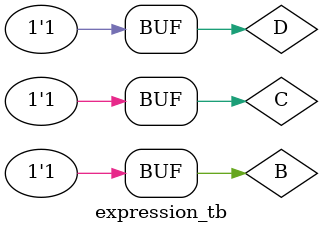
<source format=v>

module expression(B,C,D,E); 
    input B,C,D; 
    output E; 
    wire W1,W2,W3; 
    not(W1,B); 
    not(W2,C);
    and(W3,W1,W2); 
    or(E,D,W3); 
    // assign E = D | (~B & ~C);
endmodule  

module expression_tb(); 
    // Inputs must be reg
    // output must be wire
    reg B,C,D; 
    wire E; 

    // This means anytime B, C, or D change, your expression module reacts.
    expression  EX(.B(B),.C(C),.D(D),.E(E)); 

    initial begin   
        B=0; C=0; D=0; #10; 
        B=0; C=0; D=1; #10; 
        B=0; C=1; D=0; #10; 
        B=0; C=1; D=1; #10; 
        B=1; C=0; D=0; #10; 
        B=1; C=0; D=1; #10; 
        B=1; C=1; D=0; #10; 
        B=1; C=1; D=1; #10; 
    end 
endmodule
</source>
